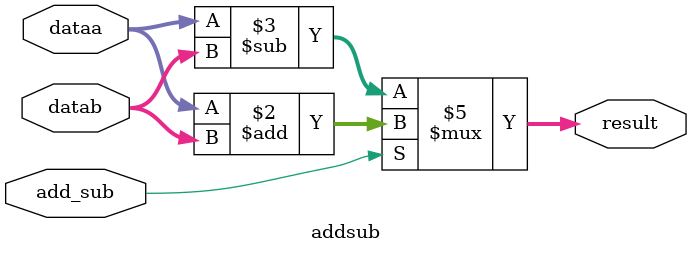
<source format=sv>
module addsub #(parameter dw=8)		 // dw = data width
(
  input        [dw-1:0] dataa,
  input        [dw-1:0] datab,
  input                 add_sub,	 // if this is 1, add; else subtract
  output logic [dw-1:0] result
);

  always_comb begin
    if(add_sub)
      result = dataa + datab;
    else
      result = dataa - datab;
  end

endmodule

</source>
